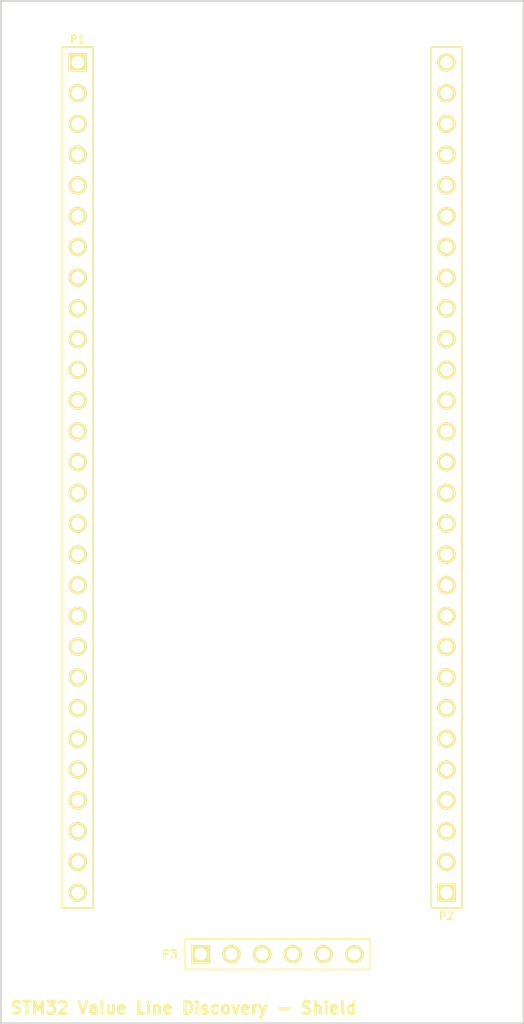
<source format=kicad_pcb>
(kicad_pcb (version 3) (host pcbnew "(2013-02-23 BZR 3971)-testing")

  (general
    (links 3)
    (no_connects 3)
    (area 32.945069 34.215069 76.274931 118.819931)
    (thickness 1.6002)
    (drawings 5)
    (tracks 0)
    (zones 0)
    (modules 3)
    (nets 4)
  )

  (page A3)
  (title_block 
    (title "STM32 Value Line Discovery - Shiled board")
    (rev 1.0)
  )

  (layers
    (15 F.Cu signal)
    (0 B.Cu signal)
    (16 B.Adhes user)
    (17 F.Adhes user)
    (18 B.Paste user)
    (19 F.Paste user)
    (20 B.SilkS user)
    (21 F.SilkS user)
    (22 B.Mask user)
    (23 F.Mask user)
    (24 Dwgs.User user)
    (25 Cmts.User user)
    (26 Eco1.User user)
    (27 Eco2.User user)
    (28 Edge.Cuts user)
  )

  (setup
    (last_trace_width 0.254)
    (trace_clearance 0.254)
    (zone_clearance 0.508)
    (zone_45_only no)
    (trace_min 0.254)
    (segment_width 0.20066)
    (edge_width 0.14986)
    (via_size 0.889)
    (via_drill 0.635)
    (via_min_size 0.889)
    (via_min_drill 0.508)
    (uvia_size 0.508)
    (uvia_drill 0.127)
    (uvias_allowed no)
    (uvia_min_size 0.508)
    (uvia_min_drill 0.127)
    (pcb_text_width 0.29972)
    (pcb_text_size 1.00076 1.00076)
    (mod_edge_width 0.14986)
    (mod_text_size 1.00076 1.00076)
    (mod_text_width 0.14986)
    (pad_size 1.00076 1.00076)
    (pad_drill 0.59944)
    (pad_to_mask_clearance 0)
    (aux_axis_origin 0 0)
    (visible_elements 7FFFFFFF)
    (pcbplotparams
      (layerselection 3178497)
      (usegerberextensions true)
      (excludeedgelayer true)
      (linewidth 60)
      (plotframeref false)
      (viasonmask false)
      (mode 1)
      (useauxorigin false)
      (hpglpennumber 1)
      (hpglpenspeed 20)
      (hpglpendiameter 15)
      (hpglpenoverlay 2)
      (psnegative false)
      (psa4output false)
      (plotreference true)
      (plotvalue true)
      (plotothertext true)
      (plotinvisibletext false)
      (padsonsilk false)
      (subtractmaskfromsilk false)
      (outputformat 1)
      (mirror false)
      (drillshape 1)
      (scaleselection 1)
      (outputdirectory ""))
  )

  (net 0 "")
  (net 1 +3.3V)
  (net 2 +5V)
  (net 3 GND)

  (net_class Default "To jest domyślna klasa połączeń."
    (clearance 0.254)
    (trace_width 0.254)
    (via_dia 0.889)
    (via_drill 0.635)
    (uvia_dia 0.508)
    (uvia_drill 0.127)
    (add_net "")
    (add_net +3.3V)
    (add_net +5V)
    (add_net GND)
  )

  (module PIN_ARRAY_6X1   locked (layer F.Cu) (tedit 50827C81) (tstamp 50827C60)
    (at 55.88 113.03)
    (descr "Single rangee contacts 1 x 6 pins")
    (tags CONN)
    (path /50827295)
    (fp_text reference P3 (at -8.89 0) (layer F.SilkS)
      (effects (font (size 0.63246 0.63246) (thickness 0.15748)))
    )
    (fp_text value CONN6 (at -8.89 0) (layer F.SilkS) hide
      (effects (font (size 0.63246 0.63246) (thickness 0.15748)))
    )
    (fp_line (start -7.62 -1.27) (end 7.62 -1.27) (layer F.SilkS) (width 0.14986))
    (fp_line (start 7.62 -1.27) (end 7.62 1.27) (layer F.SilkS) (width 0.14986))
    (fp_line (start 7.62 1.27) (end -7.62 1.27) (layer F.SilkS) (width 0.14986))
    (fp_line (start -7.62 1.27) (end -7.62 -1.27) (layer F.SilkS) (width 0.14986))
    (pad 1 thru_hole rect (at -6.35 0) (size 1.524 1.524) (drill 1.016)
      (layers *.Cu *.Mask F.SilkS)
    )
    (pad 2 thru_hole circle (at -3.81 0) (size 1.524 1.524) (drill 1.016)
      (layers *.Cu *.Mask F.SilkS)
    )
    (pad 4 thru_hole circle (at 1.27 0) (size 1.524 1.524) (drill 1.016)
      (layers *.Cu *.Mask F.SilkS)
    )
    (pad 6 thru_hole circle (at 6.35 0) (size 1.524 1.524) (drill 1.016)
      (layers *.Cu *.Mask F.SilkS)
    )
    (pad 3 thru_hole circle (at -1.27 0) (size 1.524 1.524) (drill 1.016)
      (layers *.Cu *.Mask F.SilkS)
    )
    (pad 5 thru_hole circle (at 3.81 0) (size 1.524 1.524) (drill 1.016)
      (layers *.Cu *.Mask F.SilkS)
    )
  )

  (module PIN_ARRAY_28X1   locked (layer F.Cu) (tedit 50827C6F) (tstamp 50827C84)
    (at 39.37 73.66 270)
    (descr "Single rangee contacts 1 x 28 pins")
    (tags CONN)
    (path /50827277)
    (fp_text reference P1 (at -36.195 0 360) (layer F.SilkS)
      (effects (font (size 0.63246 0.63246) (thickness 0.15748)))
    )
    (fp_text value CONN28 (at -36.195 0 360) (layer F.SilkS) hide
      (effects (font (size 0.63246 0.63246) (thickness 0.15748)))
    )
    (fp_line (start -35.56 -1.27) (end 35.56 -1.27) (layer F.SilkS) (width 0.14986))
    (fp_line (start 35.56 -1.27) (end 35.56 1.27) (layer F.SilkS) (width 0.14986))
    (fp_line (start 35.56 1.27) (end -35.56 1.27) (layer F.SilkS) (width 0.14986))
    (fp_line (start -35.56 1.27) (end -35.56 -1.27) (layer F.SilkS) (width 0.14986))
    (pad 1 thru_hole rect (at -34.29 0 270) (size 1.524 1.524) (drill 1.016)
      (layers *.Cu *.Mask F.SilkS)
      (net 3 GND)
    )
    (pad 2 thru_hole circle (at -31.75 0 270) (size 1.524 1.524) (drill 1.016)
      (layers *.Cu *.Mask F.SilkS)
    )
    (pad 11 thru_hole circle (at -8.89 0 270) (size 1.524 1.524) (drill 1.016)
      (layers *.Cu *.Mask F.SilkS)
    )
    (pad 4 thru_hole circle (at -26.67 0 270) (size 1.524 1.524) (drill 1.016)
      (layers *.Cu *.Mask F.SilkS)
    )
    (pad 13 thru_hole circle (at -3.81 0 270) (size 1.524 1.524) (drill 1.016)
      (layers *.Cu *.Mask F.SilkS)
    )
    (pad 6 thru_hole circle (at -21.59 0 270) (size 1.524 1.524) (drill 1.016)
      (layers *.Cu *.Mask F.SilkS)
    )
    (pad 15 thru_hole circle (at 1.27 0 270) (size 1.524 1.524) (drill 1.016)
      (layers *.Cu *.Mask F.SilkS)
    )
    (pad 8 thru_hole circle (at -16.51 0 270) (size 1.524 1.524) (drill 1.016)
      (layers *.Cu *.Mask F.SilkS)
    )
    (pad 17 thru_hole circle (at 6.35 0 270) (size 1.524 1.524) (drill 1.016)
      (layers *.Cu *.Mask F.SilkS)
    )
    (pad 10 thru_hole circle (at -11.43 0 270) (size 1.524 1.524) (drill 1.016)
      (layers *.Cu *.Mask F.SilkS)
    )
    (pad 19 thru_hole circle (at 11.43 0 270) (size 1.524 1.524) (drill 1.016)
      (layers *.Cu *.Mask F.SilkS)
    )
    (pad 12 thru_hole circle (at -6.35 0 270) (size 1.524 1.524) (drill 1.016)
      (layers *.Cu *.Mask F.SilkS)
    )
    (pad 21 thru_hole circle (at 16.51 0 270) (size 1.524 1.524) (drill 1.016)
      (layers *.Cu *.Mask F.SilkS)
    )
    (pad 14 thru_hole circle (at -1.27 0 270) (size 1.524 1.524) (drill 1.016)
      (layers *.Cu *.Mask F.SilkS)
    )
    (pad 23 thru_hole circle (at 21.59 0 270) (size 1.524 1.524) (drill 1.016)
      (layers *.Cu *.Mask F.SilkS)
    )
    (pad 16 thru_hole circle (at 3.81 0 270) (size 1.524 1.524) (drill 1.016)
      (layers *.Cu *.Mask F.SilkS)
    )
    (pad 25 thru_hole circle (at 26.67 0 270) (size 1.524 1.524) (drill 1.016)
      (layers *.Cu *.Mask F.SilkS)
    )
    (pad 18 thru_hole circle (at 8.89 0 270) (size 1.524 1.524) (drill 1.016)
      (layers *.Cu *.Mask F.SilkS)
    )
    (pad 27 thru_hole circle (at 31.75 0 270) (size 1.524 1.524) (drill 1.016)
      (layers *.Cu *.Mask F.SilkS)
    )
    (pad 20 thru_hole circle (at 13.97 0 270) (size 1.524 1.524) (drill 1.016)
      (layers *.Cu *.Mask F.SilkS)
    )
    (pad 22 thru_hole circle (at 19.05 0 270) (size 1.524 1.524) (drill 1.016)
      (layers *.Cu *.Mask F.SilkS)
    )
    (pad 24 thru_hole circle (at 24.13 0 270) (size 1.524 1.524) (drill 1.016)
      (layers *.Cu *.Mask F.SilkS)
    )
    (pad 26 thru_hole circle (at 29.21 0 270) (size 1.524 1.524) (drill 1.016)
      (layers *.Cu *.Mask F.SilkS)
    )
    (pad 28 thru_hole circle (at 34.29 0 270) (size 1.524 1.524) (drill 1.016)
      (layers *.Cu *.Mask F.SilkS)
      (net 3 GND)
    )
    (pad 3 thru_hole circle (at -29.21 0 270) (size 1.524 1.524) (drill 1.016)
      (layers *.Cu *.Mask F.SilkS)
      (net 1 +3.3V)
    )
    (pad 5 thru_hole circle (at -24.13 0 270) (size 1.524 1.524) (drill 1.016)
      (layers *.Cu *.Mask F.SilkS)
    )
    (pad 7 thru_hole circle (at -19.05 0 270) (size 1.524 1.524) (drill 1.016)
      (layers *.Cu *.Mask F.SilkS)
    )
    (pad 9 thru_hole circle (at -13.97 0 270) (size 1.524 1.524) (drill 1.016)
      (layers *.Cu *.Mask F.SilkS)
    )
  )

  (module PIN_ARRAY_28X1   locked (layer F.Cu) (tedit 50827C8E) (tstamp 50827CA8)
    (at 69.85 73.66 90)
    (descr "Single rangee contacts 1 x 28 pins")
    (tags CONN)
    (path /50827286)
    (fp_text reference P2 (at -36.195 0 180) (layer F.SilkS)
      (effects (font (size 0.63246 0.63246) (thickness 0.15748)))
    )
    (fp_text value CONN28 (at -36.195 0 180) (layer F.SilkS) hide
      (effects (font (size 0.63246 0.63246) (thickness 0.15748)))
    )
    (fp_line (start -35.56 -1.27) (end 35.56 -1.27) (layer F.SilkS) (width 0.14986))
    (fp_line (start 35.56 -1.27) (end 35.56 1.27) (layer F.SilkS) (width 0.14986))
    (fp_line (start 35.56 1.27) (end -35.56 1.27) (layer F.SilkS) (width 0.14986))
    (fp_line (start -35.56 1.27) (end -35.56 -1.27) (layer F.SilkS) (width 0.14986))
    (pad 1 thru_hole rect (at -34.29 0 90) (size 1.524 1.524) (drill 1.016)
      (layers *.Cu *.Mask F.SilkS)
      (net 3 GND)
    )
    (pad 2 thru_hole circle (at -31.75 0 90) (size 1.524 1.524) (drill 1.016)
      (layers *.Cu *.Mask F.SilkS)
    )
    (pad 11 thru_hole circle (at -8.89 0 90) (size 1.524 1.524) (drill 1.016)
      (layers *.Cu *.Mask F.SilkS)
    )
    (pad 4 thru_hole circle (at -26.67 0 90) (size 1.524 1.524) (drill 1.016)
      (layers *.Cu *.Mask F.SilkS)
    )
    (pad 13 thru_hole circle (at -3.81 0 90) (size 1.524 1.524) (drill 1.016)
      (layers *.Cu *.Mask F.SilkS)
    )
    (pad 6 thru_hole circle (at -21.59 0 90) (size 1.524 1.524) (drill 1.016)
      (layers *.Cu *.Mask F.SilkS)
    )
    (pad 15 thru_hole circle (at 1.27 0 90) (size 1.524 1.524) (drill 1.016)
      (layers *.Cu *.Mask F.SilkS)
    )
    (pad 8 thru_hole circle (at -16.51 0 90) (size 1.524 1.524) (drill 1.016)
      (layers *.Cu *.Mask F.SilkS)
    )
    (pad 17 thru_hole circle (at 6.35 0 90) (size 1.524 1.524) (drill 1.016)
      (layers *.Cu *.Mask F.SilkS)
    )
    (pad 10 thru_hole circle (at -11.43 0 90) (size 1.524 1.524) (drill 1.016)
      (layers *.Cu *.Mask F.SilkS)
    )
    (pad 19 thru_hole circle (at 11.43 0 90) (size 1.524 1.524) (drill 1.016)
      (layers *.Cu *.Mask F.SilkS)
    )
    (pad 12 thru_hole circle (at -6.35 0 90) (size 1.524 1.524) (drill 1.016)
      (layers *.Cu *.Mask F.SilkS)
    )
    (pad 21 thru_hole circle (at 16.51 0 90) (size 1.524 1.524) (drill 1.016)
      (layers *.Cu *.Mask F.SilkS)
    )
    (pad 14 thru_hole circle (at -1.27 0 90) (size 1.524 1.524) (drill 1.016)
      (layers *.Cu *.Mask F.SilkS)
    )
    (pad 23 thru_hole circle (at 21.59 0 90) (size 1.524 1.524) (drill 1.016)
      (layers *.Cu *.Mask F.SilkS)
    )
    (pad 16 thru_hole circle (at 3.81 0 90) (size 1.524 1.524) (drill 1.016)
      (layers *.Cu *.Mask F.SilkS)
    )
    (pad 25 thru_hole circle (at 26.67 0 90) (size 1.524 1.524) (drill 1.016)
      (layers *.Cu *.Mask F.SilkS)
    )
    (pad 18 thru_hole circle (at 8.89 0 90) (size 1.524 1.524) (drill 1.016)
      (layers *.Cu *.Mask F.SilkS)
    )
    (pad 27 thru_hole circle (at 31.75 0 90) (size 1.524 1.524) (drill 1.016)
      (layers *.Cu *.Mask F.SilkS)
    )
    (pad 20 thru_hole circle (at 13.97 0 90) (size 1.524 1.524) (drill 1.016)
      (layers *.Cu *.Mask F.SilkS)
    )
    (pad 22 thru_hole circle (at 19.05 0 90) (size 1.524 1.524) (drill 1.016)
      (layers *.Cu *.Mask F.SilkS)
    )
    (pad 24 thru_hole circle (at 24.13 0 90) (size 1.524 1.524) (drill 1.016)
      (layers *.Cu *.Mask F.SilkS)
    )
    (pad 26 thru_hole circle (at 29.21 0 90) (size 1.524 1.524) (drill 1.016)
      (layers *.Cu *.Mask F.SilkS)
      (net 2 +5V)
    )
    (pad 28 thru_hole circle (at 34.29 0 90) (size 1.524 1.524) (drill 1.016)
      (layers *.Cu *.Mask F.SilkS)
      (net 3 GND)
    )
    (pad 3 thru_hole circle (at -29.21 0 90) (size 1.524 1.524) (drill 1.016)
      (layers *.Cu *.Mask F.SilkS)
    )
    (pad 5 thru_hole circle (at -24.13 0 90) (size 1.524 1.524) (drill 1.016)
      (layers *.Cu *.Mask F.SilkS)
    )
    (pad 7 thru_hole circle (at -19.05 0 90) (size 1.524 1.524) (drill 1.016)
      (layers *.Cu *.Mask F.SilkS)
    )
    (pad 9 thru_hole circle (at -13.97 0 90) (size 1.524 1.524) (drill 1.016)
      (layers *.Cu *.Mask F.SilkS)
    )
  )

  (gr_text "STM32 Value Line Discovery - Shield" (at 48.133 117.475) (layer F.SilkS)
    (effects (font (size 1.00076 1.00076) (thickness 0.25146)))
  )
  (gr_line (start 33.02 34.29) (end 33.02 118.745) (angle 90) (layer Edge.Cuts) (width 0.14986))
  (gr_line (start 76.2 118.745) (end 76.2 34.29) (angle 90) (layer Edge.Cuts) (width 0.14986))
  (gr_line (start 76.2 118.745) (end 33.02 118.745) (angle 90) (layer Edge.Cuts) (width 0.14986))
  (gr_line (start 33.02 34.29) (end 76.2 34.29) (angle 90) (layer Edge.Cuts) (width 0.14986))

  (zone (net 3) (net_name GND) (layer B.Cu) (tstamp 50827DC8) (hatch edge 0.508)
    (connect_pads (clearance 0.508))
    (min_thickness 0.254)
    (fill (arc_segments 16) (thermal_gap 0.508) (thermal_bridge_width 0.889))
    (polygon
      (pts
        (xy 76.073 118.618) (xy 33.147 118.618) (xy 33.147 34.417) (xy 76.073 34.417)
      )
    )
  )
)

</source>
